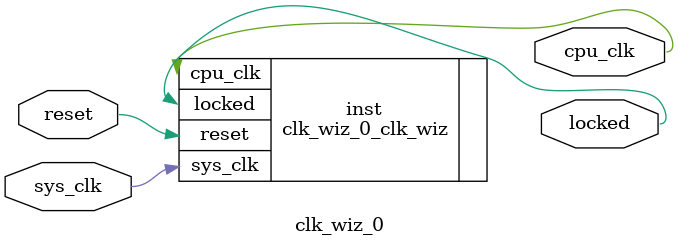
<source format=v>


`timescale 1ps/1ps

(* CORE_GENERATION_INFO = "clk_wiz_0,clk_wiz_v6_0_2_0_0,{component_name=clk_wiz_0,use_phase_alignment=true,use_min_o_jitter=false,use_max_i_jitter=false,use_dyn_phase_shift=false,use_inclk_switchover=false,use_dyn_reconfig=false,enable_axi=0,feedback_source=FDBK_AUTO,PRIMITIVE=MMCM,num_out_clk=1,clkin1_period=10.000,clkin2_period=10.000,use_power_down=false,use_reset=true,use_locked=true,use_inclk_stopped=false,feedback_type=SINGLE,CLOCK_MGR_TYPE=NA,manual_override=false}" *)

module clk_wiz_0 
 (
  // Clock out ports
  output        cpu_clk,
  // Status and control signals
  input         reset,
  output        locked,
 // Clock in ports
  input         sys_clk
 );

  clk_wiz_0_clk_wiz inst
  (
  // Clock out ports  
  .cpu_clk(cpu_clk),
  // Status and control signals               
  .reset(reset), 
  .locked(locked),
 // Clock in ports
  .sys_clk(sys_clk)
  );

endmodule

</source>
